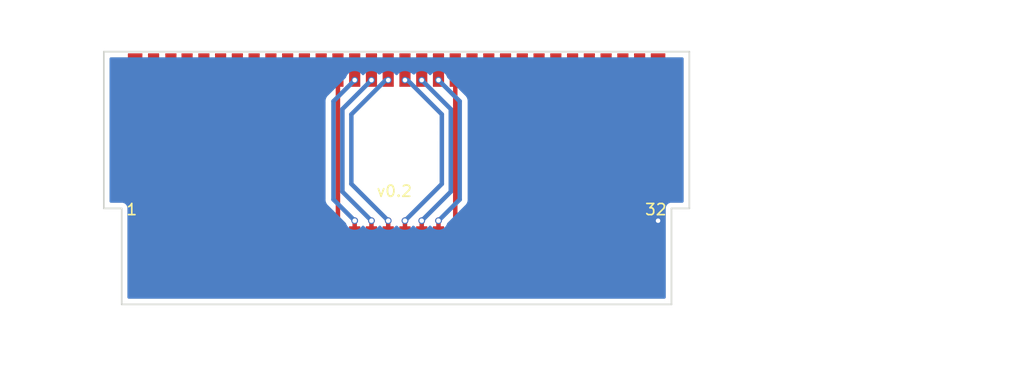
<source format=kicad_pcb>
(kicad_pcb (version 20211014) (generator pcbnew)
  (layers (0 "F.Cu" signal) (31 "B.Cu" signal) (34 "B.Paste" user) (35 "F.Paste" user) (36 "B.SilkS" user "B.Silkscreen") (37 "F.SilkS" user "F.Silkscreen") (38 "B.Mask" user) (39 "F.Mask" user) (44 "Edge.Cuts" user))
  (net 0 "")
  (net 1 "+5V")
  (net 2 "GND")
  (net 3 "/A0")
  (net 4 "/PHI")
  (net 5 "/A1")
  (net 6 "/A2")
  (net 7 "/A3")
  (net 8 "/A4")
  (net 9 "/D0")
  (net 10 "/A5")
  (net 11 "/D1")
  (net 12 "/A6")
  (net 13 "/D2")
  (net 14 "/A7")
  (net 15 "/D3")
  (net 16 "/A8")
  (net 17 "/D4")
  (net 18 "/A9")
  (net 19 "/D5")
  (net 20 "/A10")
  (net 21 "/D6")
  (net 22 "/A11")
  (net 23 "/D7")
  (net 24 "/A12")
  (net 25 "/A13")
  (net 26 "/VIN")
  (net 27 "/A14")
  (net 28 "/A15")
  (net 29 "/~{RES}")
  (net 30 "/~{CS}")
  (net 31 "/~{RD}")
  (net 32 "/~{WR}")
  (footprint "Gekkio_MountingHole:MountingHole_7.2mm" (layer "F.Cu") (at 100 84.65)
    (fp_text reference "MK1" hide)
    (fp_text value "DNF" hide)
    (pad "" np_thru_hole circle locked (at 0 0) (size 7.2 7.2) (drill 7.2) (layers *.Cu *.Mask))
  )
  (footprint "Gekkio_Connector_PCBEdge:GameBoy_Cartridge_1x32_P1.50mm_Edge" (layer "F.Cu") (at 100 96)
    (fp_text reference "J2" hide)
    (fp_text value "DNF" hide)
    (fp_text user "32" (at 23.2 -4.5) (layer "F.SilkS"))
    (fp_text user "1" (at -23.7 -4.5) (layer "F.SilkS"))
    (pad "1" connect rect locked (at -23.4 0 90) (size 6 1.3) (layers "F.Cu" "F.Mask") (net 1 "+5V"))
    (pad "2" connect rect locked (at -21.75 -0.25 90) (size 5.5 1) (layers "F.Cu" "F.Mask") (net 4 "/PHI"))
    (pad "3" connect rect locked (at -20.25 -0.25 90) (size 5.5 1) (layers "F.Cu" "F.Mask") (net 32 "/~{WR}"))
    (pad "4" connect rect locked (at -18.75 -0.25 90) (size 5.5 1) (layers "F.Cu" "F.Mask") (net 31 "/~{RD}"))
    (pad "5" connect rect locked (at -17.25 -0.25 90) (size 5.5 1) (layers "F.Cu" "F.Mask") (net 30 "/~{CS}"))
    (pad "6" connect rect locked (at -15.75 -0.25 90) (size 5.5 1) (layers "F.Cu" "F.Mask") (net 3 "/A0"))
    (pad "7" connect rect locked (at -14.25 -0.25 90) (size 5.5 1) (layers "F.Cu" "F.Mask") (net 5 "/A1"))
    (pad "8" connect rect locked (at -12.75 -0.25 90) (size 5.5 1) (layers "F.Cu" "F.Mask") (net 6 "/A2"))
    (pad "9" connect rect locked (at -11.25 -0.25 90) (size 5.5 1) (layers "F.Cu" "F.Mask") (net 7 "/A3"))
    (pad "10" connect rect locked (at -9.75 -0.25 90) (size 5.5 1) (layers "F.Cu" "F.Mask") (net 8 "/A4"))
    (pad "11" connect rect locked (at -8.25 -0.25 90) (size 5.5 1) (layers "F.Cu" "F.Mask") (net 10 "/A5"))
    (pad "12" connect rect locked (at -6.75 -0.25 90) (size 5.5 1) (layers "F.Cu" "F.Mask") (net 12 "/A6"))
    (pad "13" connect rect locked (at -5.25 -0.25 90) (size 5.5 1) (layers "F.Cu" "F.Mask") (net 14 "/A7"))
    (pad "14" connect rect locked (at -3.75 -0.25 90) (size 5.5 1) (layers "F.Cu" "F.Mask") (net 16 "/A8"))
    (pad "15" connect rect locked (at -2.25 -0.25 90) (size 5.5 1) (layers "F.Cu" "F.Mask") (net 18 "/A9"))
    (pad "16" connect rect locked (at -0.75 -0.25 90) (size 5.5 1) (layers "F.Cu" "F.Mask") (net 20 "/A10"))
    (pad "17" connect rect locked (at 0.75 -0.25 90) (size 5.5 1) (layers "F.Cu" "F.Mask") (net 22 "/A11"))
    (pad "18" connect rect locked (at 2.25 -0.25 90) (size 5.5 1) (layers "F.Cu" "F.Mask") (net 24 "/A12"))
    (pad "19" connect rect locked (at 3.75 -0.25 90) (size 5.5 1) (layers "F.Cu" "F.Mask") (net 25 "/A13"))
    (pad "20" connect rect locked (at 5.25 -0.25 90) (size 5.5 1) (layers "F.Cu" "F.Mask") (net 27 "/A14"))
    (pad "21" connect rect locked (at 6.75 -0.25 90) (size 5.5 1) (layers "F.Cu" "F.Mask") (net 28 "/A15"))
    (pad "22" connect rect locked (at 8.25 -0.25 90) (size 5.5 1) (layers "F.Cu" "F.Mask") (net 9 "/D0"))
    (pad "23" connect rect locked (at 9.75 -0.25 90) (size 5.5 1) (layers "F.Cu" "F.Mask") (net 11 "/D1"))
    (pad "24" connect rect locked (at 11.25 -0.25 90) (size 5.5 1) (layers "F.Cu" "F.Mask") (net 13 "/D2"))
    (pad "25" connect rect locked (at 12.75 -0.25 90) (size 5.5 1) (layers "F.Cu" "F.Mask") (net 15 "/D3"))
    (pad "26" connect rect locked (at 14.25 -0.25 90) (size 5.5 1) (layers "F.Cu" "F.Mask") (net 17 "/D4"))
    (pad "27" connect rect locked (at 15.75 -0.25 90) (size 5.5 1) (layers "F.Cu" "F.Mask") (net 19 "/D5"))
    (pad "28" connect rect locked (at 17.25 -0.25 90) (size 5.5 1) (layers "F.Cu" "F.Mask") (net 21 "/D6"))
    (pad "29" connect rect locked (at 18.75 -0.25 90) (size 5.5 1) (layers "F.Cu" "F.Mask") (net 23 "/D7"))
    (pad "30" connect rect locked (at 20.25 -0.25 90) (size 5.5 1) (layers "F.Cu" "F.Mask") (net 29 "/~{RES}"))
    (pad "31" connect rect locked (at 21.75 -0.25 90) (size 5.5 1) (layers "F.Cu" "F.Mask") (net 26 "/VIN"))
    (pad "32" connect rect locked (at 23.4 0 90) (size 6 1.3) (layers "F.Cu" "F.Mask") (net 2 "GND"))
  )
  (footprint "" (layer "F.Cu") (at 103.75 79)
    (fp_text reference "" (at 0 0) (layer "F.SilkS") (effects (font (size 1.27 1.27))))
    (fp_text value "" (at 0 0) (layer "F.SilkS") (effects (font (size 1.27 1.27))))
    (pad "19" connect rect locked (at 0 0 90) (size 3 1) (layers "F.Cu" "F.Mask") (net 25 "/A13"))
  )
  (footprint "" (layer "F.Cu") (at 81.25 79)
    (fp_text reference "" (at 0 0) (layer "F.SilkS") (effects (font (size 1.27 1.27))))
    (fp_text value "" (at 0 0) (layer "F.SilkS") (effects (font (size 1.27 1.27))))
    (pad "4" connect rect locked (at 0 0 90) (size 3 1) (layers "F.Cu" "F.Mask") (net 31 "/~{RD}"))
  )
  (footprint "" (layer "F.Cu") (at 96.25 79)
    (fp_text reference "" (at 0 0) (layer "F.SilkS") (effects (font (size 1.27 1.27))))
    (fp_text value "" (at 0 0) (layer "F.SilkS") (effects (font (size 1.27 1.27))))
    (pad "14" connect rect locked (at 0 0 90) (size 3 1) (layers "F.Cu" "F.Mask") (net 16 "/A8"))
  )
  (footprint "" (layer "F.Cu") (at 120.25 79)
    (fp_text reference "" (at 0 0) (layer "F.SilkS") (effects (font (size 1.27 1.27))))
    (fp_text value "" (at 0 0) (layer "F.SilkS") (effects (font (size 1.27 1.27))))
    (pad "30" connect rect locked (at 0 0 90) (size 3 1) (layers "F.Cu" "F.Mask") (net 29 "/~{RES}"))
  )
  (footprint "" (layer "F.Cu") (at 102.25 79)
    (fp_text reference "" (at 0 0) (layer "F.SilkS") (effects (font (size 1.27 1.27))))
    (fp_text value "" (at 0 0) (layer "F.SilkS") (effects (font (size 1.27 1.27))))
    (pad "18" connect rect locked (at 0 0 90) (size 3 1) (layers "F.Cu" "F.Mask") (net 24 "/A12"))
  )
  (footprint "" (layer "F.Cu") (at 91.75 79)
    (fp_text reference "" (at 0 0) (layer "F.SilkS") (effects (font (size 1.27 1.27))))
    (fp_text value "" (at 0 0) (layer "F.SilkS") (effects (font (size 1.27 1.27))))
    (pad "11" connect rect locked (at 0 0 90) (size 3 1) (layers "F.Cu" "F.Mask") (net 10 "/A5"))
  )
  (footprint "" (layer "F.Cu") (at 123.4 79)
    (fp_text reference "" (at 0 -1.75265) (layer "F.SilkS") (effects (font (size 1.27 1.27))))
    (fp_text value "" (at 0 -1.75265) (layer "F.SilkS") (effects (font (size 1.27 1.27))))
    (pad "32" connect rect locked (at 0 0 90) (size 3 1.3) (layers "F.Cu" "F.Mask") (net 2 "GND"))
  )
  (footprint "" (layer "F.Cu") (at 111.25 79)
    (fp_text reference "" (at 0 0) (layer "F.SilkS") (effects (font (size 1.27 1.27))))
    (fp_text value "" (at 0 0) (layer "F.SilkS") (effects (font (size 1.27 1.27))))
    (pad "24" connect rect locked (at 0 0 90) (size 3 1) (layers "F.Cu" "F.Mask") (net 13 "/D2"))
  )
  (footprint "" (layer "F.Cu") (at 117.25 79)
    (fp_text reference "" (at 0 0) (layer "F.SilkS") (effects (font (size 1.27 1.27))))
    (fp_text value "" (at 0 0) (layer "F.SilkS") (effects (font (size 1.27 1.27))))
    (pad "28" connect rect locked (at 0 0 90) (size 3 1) (layers "F.Cu" "F.Mask") (net 21 "/D6"))
  )
  (footprint "" (layer "F.Cu") (at 118.75 79)
    (fp_text reference "" (at 0 0) (layer "F.SilkS") (effects (font (size 1.27 1.27))))
    (fp_text value "" (at 0 0) (layer "F.SilkS") (effects (font (size 1.27 1.27))))
    (pad "29" connect rect locked (at 0 0 90) (size 3 1) (layers "F.Cu" "F.Mask") (net 23 "/D7"))
  )
  (footprint "" (layer "F.Cu") (at 109.75 79)
    (fp_text reference "" (at 0 0) (layer "F.SilkS") (effects (font (size 1.27 1.27))))
    (fp_text value "" (at 0 0) (layer "F.SilkS") (effects (font (size 1.27 1.27))))
    (pad "23" connect rect locked (at 0 0 90) (size 3 1) (layers "F.Cu" "F.Mask") (net 11 "/D1"))
  )
  (footprint "" (layer "F.Cu") (at 105.25 79)
    (fp_text reference "" (at 0 0) (layer "F.SilkS") (effects (font (size 1.27 1.27))))
    (fp_text value "" (at 0 0) (layer "F.SilkS") (effects (font (size 1.27 1.27))))
    (pad "20" connect rect locked (at 0 0 90) (size 3 1) (layers "F.Cu" "F.Mask") (net 27 "/A14"))
  )
  (footprint "" (layer "F.Cu") (at 82.75 79)
    (fp_text reference "" (at 0 0) (layer "F.SilkS") (effects (font (size 1.27 1.27))))
    (fp_text value "" (at 0 0) (layer "F.SilkS") (effects (font (size 1.27 1.27))))
    (pad "5" connect rect locked (at 0 0 90) (size 3 1) (layers "F.Cu" "F.Mask") (net 30 "/~{CS}"))
  )
  (footprint "" (layer "F.Cu") (at 79.8 79)
    (fp_text reference "" (at 0 0) (layer "F.SilkS") (effects (font (size 1.27 1.27))))
    (fp_text value "" (at 0 0) (layer "F.SilkS") (effects (font (size 1.27 1.27))))
    (pad "3" connect rect locked (at 0 0 90) (size 3 1) (layers "F.Cu" "F.Mask") (net 32 "/~{WR}"))
  )
  (footprint "" (layer "F.Cu") (at 99.25 79)
    (fp_text reference "" (at 0 0) (layer "F.SilkS") (effects (font (size 1.27 1.27))))
    (fp_text value "" (at 0 0) (layer "F.SilkS") (effects (font (size 1.27 1.27))))
    (pad "16" connect rect locked (at 0 0 90) (size 3 1) (layers "F.Cu" "F.Mask") (net 20 "/A10"))
  )
  (footprint "" (layer "F.Cu") (at 78.25 79)
    (fp_text reference "" (at 0 0) (layer "F.SilkS") (effects (font (size 1.27 1.27))))
    (fp_text value "" (at 0 0) (layer "F.SilkS") (effects (font (size 1.27 1.27))))
    (pad "2" connect rect locked (at 0 0 90) (size 3 1) (layers "F.Cu" "F.Mask") (net 4 "/PHI"))
  )
  (footprint "" (layer "F.Cu") (at 97.75 79)
    (fp_text reference "" (at 0 0) (layer "F.SilkS") (effects (font (size 1.27 1.27))))
    (fp_text value "" (at 0 0) (layer "F.SilkS") (effects (font (size 1.27 1.27))))
    (pad "15" connect rect locked (at 0 0 90) (size 3 1) (layers "F.Cu" "F.Mask") (net 18 "/A9"))
  )
  (footprint "" (layer "F.Cu") (at 90.25 79)
    (fp_text reference "" (at 0 0) (layer "F.SilkS") (effects (font (size 1.27 1.27))))
    (fp_text value "" (at 0 0) (layer "F.SilkS") (effects (font (size 1.27 1.27))))
    (pad "10" connect rect locked (at 0 0 90) (size 3 1) (layers "F.Cu" "F.Mask") (net 8 "/A4"))
  )
  (footprint "" (layer "F.Cu") (at 93.25 79)
    (fp_text reference "" (at 0 0) (layer "F.SilkS") (effects (font (size 1.27 1.27))))
    (fp_text value "" (at 0 0) (layer "F.SilkS") (effects (font (size 1.27 1.27))))
    (pad "12" connect rect locked (at 0 0 90) (size 3 1) (layers "F.Cu" "F.Mask") (net 12 "/A6"))
  )
  (footprint "" (layer "F.Cu") (at 115.75 79)
    (fp_text reference "" (at 0 0) (layer "F.SilkS") (effects (font (size 1.27 1.27))))
    (fp_text value "" (at 0 0) (layer "F.SilkS") (effects (font (size 1.27 1.27))))
    (pad "27" connect rect locked (at 0 0 90) (size 3 1) (layers "F.Cu" "F.Mask") (net 19 "/D5"))
  )
  (footprint "" (layer "F.Cu") (at 114.25 79)
    (fp_text reference "" (at 0 0) (layer "F.SilkS") (effects (font (size 1.27 1.27))))
    (fp_text value "" (at 0 0) (layer "F.SilkS") (effects (font (size 1.27 1.27))))
    (pad "26" connect rect locked (at 0 0 90) (size 3 1) (layers "F.Cu" "F.Mask") (net 17 "/D4"))
  )
  (footprint "" (layer "F.Cu") (at 112.75 79)
    (fp_text reference "" (at 0 0) (layer "F.SilkS") (effects (font (size 1.27 1.27))))
    (fp_text value "" (at 0 0) (layer "F.SilkS") (effects (font (size 1.27 1.27))))
    (pad "25" connect rect locked (at 0 0 90) (size 3 1) (layers "F.Cu" "F.Mask") (net 15 "/D3"))
  )
  (footprint "" (layer "F.Cu") (at 121.75 79)
    (fp_text reference "" (at 0 0) (layer "F.SilkS") (effects (font (size 1.27 1.27))))
    (fp_text value "" (at 0 0) (layer "F.SilkS") (effects (font (size 1.27 1.27))))
    (pad "31" connect rect locked (at 0 0 90) (size 3 1) (layers "F.Cu" "F.Mask") (net 26 "/VIN"))
  )
  (footprint "" (layer "F.Cu") (at 87.25 79)
    (fp_text reference "" (at 0 0) (layer "F.SilkS") (effects (font (size 1.27 1.27))))
    (fp_text value "" (at 0 0) (layer "F.SilkS") (effects (font (size 1.27 1.27))))
    (pad "8" connect rect locked (at 0 0 90) (size 3 1) (layers "F.Cu" "F.Mask") (net 6 "/A2"))
  )
  (footprint "" (layer "F.Cu") (at 76.6 79)
    (fp_text reference "" (at 0 -1.75265) (layer "F.SilkS") (effects (font (size 1.27 1.27))))
    (fp_text value "" (at 0 -1.75265) (layer "F.SilkS") (effects (font (size 1.27 1.27))))
    (pad "1" connect rect locked (at 0 0 90) (size 3 1.3) (layers "F.Cu" "F.Mask") (net 1 "+5V"))
  )
  (footprint "" (layer "F.Cu") (at 88.75 79)
    (fp_text reference "" (at 0 0) (layer "F.SilkS") (effects (font (size 1.27 1.27))))
    (fp_text value "" (at 0 0) (layer "F.SilkS") (effects (font (size 1.27 1.27))))
    (pad "9" connect rect locked (at 0 0 90) (size 3 1) (layers "F.Cu" "F.Mask") (net 7 "/A3"))
  )
  (footprint "" (layer "F.Cu") (at 100.75 79)
    (fp_text reference "" (at 0 0) (layer "F.SilkS") (effects (font (size 1.27 1.27))))
    (fp_text value "" (at 0 0) (layer "F.SilkS") (effects (font (size 1.27 1.27))))
    (pad "17" connect rect locked (at 0 0 90) (size 3 1) (layers "F.Cu" "F.Mask") (net 22 "/A11"))
  )
  (footprint "" (layer "F.Cu") (at 106.75 79)
    (fp_text reference "" (at 0 0) (layer "F.SilkS") (effects (font (size 1.27 1.27))))
    (fp_text value "" (at 0 0) (layer "F.SilkS") (effects (font (size 1.27 1.27))))
    (pad "21" connect rect locked (at 0 0 90) (size 3 1) (layers "F.Cu" "F.Mask") (net 28 "/A15"))
  )
  (footprint "" (layer "F.Cu") (at 94.75 79)
    (fp_text reference "" (at 0 0) (layer "F.SilkS") (effects (font (size 1.27 1.27))))
    (fp_text value "" (at 0 0) (layer "F.SilkS") (effects (font (size 1.27 1.27))))
    (pad "13" connect rect locked (at 0 0 90) (size 3 1) (layers "F.Cu" "F.Mask") (net 14 "/A7"))
  )
  (footprint "" (layer "F.Cu") (at 84.25 79)
    (fp_text reference "" (at 0 0) (layer "F.SilkS") (effects (font (size 1.27 1.27))))
    (fp_text value "" (at 0 0) (layer "F.SilkS") (effects (font (size 1.27 1.27))))
    (pad "6" connect rect locked (at 0 0 90) (size 3 1) (layers "F.Cu" "F.Mask") (net 3 "/A0"))
  )
  (footprint "" (layer "F.Cu") (at 108.25 79)
    (fp_text reference "" (at 0 0) (layer "F.SilkS") (effects (font (size 1.27 1.27))))
    (fp_text value "" (at 0 0) (layer "F.SilkS") (effects (font (size 1.27 1.27))))
    (pad "22" connect rect locked (at 0 0 90) (size 3 1) (layers "F.Cu" "F.Mask") (net 9 "/D0"))
  )
  (footprint "" (layer "F.Cu") (at 85.75 79)
    (fp_text reference "" (at 0 0) (layer "F.SilkS") (effects (font (size 1.27 1.27))))
    (fp_text value "" (at 0 0) (layer "F.SilkS") (effects (font (size 1.27 1.27))))
    (pad "7" connect rect locked (at 0 0 90) (size 3 1) (layers "F.Cu" "F.Mask") (net 5 "/A1"))
  )
  (gr_line (start 124.6 91.4) (end 126.2 91.4) (layer "Edge.Cuts") (width 0.15))
  (gr_line (start 75.4 100) (end 124.6 100) (layer "Edge.Cuts") (width 0.15))
  (gr_line (start 75.4 91.4) (end 73.8 91.4) (layer "Edge.Cuts") (width 0.15))
  (gr_line (start 73.8 77.35) (end 73.8 91.4) (layer "Edge.Cuts") (width 0.15))
  (gr_line (start 126.2 91.395) (end 126.2 77.35) (layer "Edge.Cuts") (width 0.15))
  (gr_line (start 124.6 100) (end 124.6 91.4) (layer "Edge.Cuts") (width 0.15))
  (gr_line (start 75.4 100) (end 75.4 91.4) (layer "Edge.Cuts") (width 0.15))
  (gr_line (start 73.8 77.35) (end 126.2 77.35) (layer "Edge.Cuts") (width 0.15))
  (gr_text "v0.2" (at 99.8 89.85) (layer "F.SilkS") (effects (font (size 1 1))))
  (segment (start 76.6 96) (end 76.6 79) (width 0.8) (layer "F.Cu") (net 1))
  (segment (start 123.4 79) (end 123.4 96) (width 0.8) (layer "F.Cu") (net 2))
  (via (at 123.4 92.5) (size 0.6) (drill 0.4) (layers "F.Cu" "B.Cu") (net 2))
  (segment (start 84.25 95.75) (end 84.25 79) (width 0.4) (layer "F.Cu") (net 3))
  (segment (start 78.25 79) (end 78.25 95.75) (width 0.4) (layer "F.Cu") (net 4))
  (segment (start 85.75 79) (end 85.75 95.75) (width 0.4) (layer "F.Cu") (net 5))
  (segment (start 87.25 95.75) (end 87.25 79) (width 0.4) (layer "F.Cu") (net 6))
  (segment (start 88.75 79) (end 88.75 95.75) (width 0.4) (layer "F.Cu") (net 7))
  (segment (start 90.25 95.75) (end 90.25 79) (width 0.4) (layer "F.Cu") (net 8))
  (segment (start 108.25 95.75) (end 108.25 79) (width 0.4) (layer "F.Cu") (net 9))
  (segment (start 91.75 79) (end 91.75 95.75) (width 0.4) (layer "F.Cu") (net 10))
  (segment (start 109.75 79) (end 109.75 95.75) (width 0.4) (layer "F.Cu") (net 11))
  (segment (start 93.25 95.75) (end 93.25 79) (width 0.4) (layer "F.Cu") (net 12))
  (segment (start 111.25 95.75) (end 111.25 79) (width 0.4) (layer "F.Cu") (net 13))
  (segment (start 94.75 79) (end 94.75 95.75) (width 0.4) (layer "F.Cu") (net 14))
  (segment (start 112.75 79) (end 112.75 95.75) (width 0.4) (layer "F.Cu") (net 15))
  (segment (start 96.25 92.5) (end 96.25 95.75) (width 0.4) (layer "F.Cu") (net 16))
  (via (at 96.25 79.9) (size 0.6) (drill 0.4) (layers "F.Cu" "B.Cu") (net 16))
  (via (at 96.25 92.5) (size 0.6) (drill 0.4) (layers "F.Cu" "B.Cu") (net 16))
  (segment (start 96.25 92.5) (end 94.351439 90.601439) (width 0.4) (layer "B.Cu") (net 16))
  (segment (start 94.351439 81.798561) (end 96.25 79.9) (width 0.4) (layer "B.Cu") (net 16))
  (segment (start 94.351439 90.601439) (end 94.351439 81.798561) (width 0.4) (layer "B.Cu") (net 16))
  (segment (start 114.25 95.75) (end 114.25 79) (width 0.4) (layer "F.Cu") (net 17))
  (segment (start 97.75 92.5) (end 97.75 95.75) (width 0.4) (layer "F.Cu") (net 18))
  (via (at 97.75 92.5) (size 0.6) (drill 0.4) (layers "F.Cu" "B.Cu") (net 18))
  (via (at 97.75 79.9) (size 0.6) (drill 0.4) (layers "F.Cu" "B.Cu") (net 18))
  (segment (start 97.75 92.5) (end 95.150959 89.900959) (width 0.4) (layer "B.Cu") (net 18))
  (segment (start 95.150959 89.900959) (end 95.150959 82.499041) (width 0.4) (layer "B.Cu") (net 18))
  (segment (start 95.150959 82.499041) (end 97.75 79.9) (width 0.4) (layer "B.Cu") (net 18))
  (segment (start 115.75 79) (end 115.75 95.75) (width 0.4) (layer "F.Cu") (net 19))
  (segment (start 99.25 92.5) (end 99.25 95.75) (width 0.4) (layer "F.Cu") (net 20))
  (via (at 99.25 92.5) (size 0.6) (drill 0.4) (layers "F.Cu" "B.Cu") (net 20))
  (via (at 99.25 79.9) (size 0.6) (drill 0.4) (layers "F.Cu" "B.Cu") (net 20))
  (segment (start 99.023111 79.9) (end 99.25 79.9) (width 0.4) (layer "B.Cu") (net 20))
  (segment (start 95.950479 89.200479) (end 95.950479 82.972632) (width 0.4) (layer "B.Cu") (net 20))
  (segment (start 99.25 92.5) (end 95.950479 89.200479) (width 0.4) (layer "B.Cu") (net 20))
  (segment (start 95.950479 82.972632) (end 99.023111 79.9) (width 0.4) (layer "B.Cu") (net 20))
  (segment (start 117.25 95.75) (end 117.25 79) (width 0.4) (layer "F.Cu") (net 21))
  (segment (start 100.75 92.5) (end 100.75 95.75) (width 0.4) (layer "F.Cu") (net 22))
  (via (at 100.75 92.5) (size 0.6) (drill 0.4) (layers "F.Cu" "B.Cu") (net 22))
  (via (at 100.75 79.9) (size 0.6) (drill 0.4) (layers "F.Cu" "B.Cu") (net 22))
  (segment (start 104.049521 82.972632) (end 100.976889 79.9) (width 0.4) (layer "B.Cu") (net 22))
  (segment (start 104.049521 89.200479) (end 104.049521 82.972632) (width 0.4) (layer "B.Cu") (net 22))
  (segment (start 100.976889 79.9) (end 100.75 79.9) (width 0.4) (layer "B.Cu") (net 22))
  (segment (start 100.75 92.5) (end 104.049521 89.200479) (width 0.4) (layer "B.Cu") (net 22))
  (segment (start 118.75 95.75) (end 118.75 79) (width 0.4) (layer "F.Cu") (net 23))
  (segment (start 102.25 92.5) (end 102.25 95.75) (width 0.4) (layer "F.Cu") (net 24))
  (via (at 102.25 79.9) (size 0.6) (drill 0.4) (layers "F.Cu" "B.Cu") (net 24))
  (via (at 102.25 92.5) (size 0.6) (drill 0.4) (layers "F.Cu" "B.Cu") (net 24))
  (segment (start 102.25 92.5) (end 104.849041 89.900959) (width 0.4) (layer "B.Cu") (net 24))
  (segment (start 104.849041 89.900959) (end 104.849041 82.499041) (width 0.4) (layer "B.Cu") (net 24))
  (segment (start 104.849041 82.499041) (end 102.25 79.9) (width 0.4) (layer "B.Cu") (net 24))
  (segment (start 103.75 92.5) (end 103.75 95.75) (width 0.4) (layer "F.Cu") (net 25))
  (via (at 103.75 92.5) (size 0.6) (drill 0.4) (layers "F.Cu" "B.Cu") (net 25))
  (via (at 103.75 79.9) (size 0.6) (drill 0.4) (layers "F.Cu" "B.Cu") (net 25))
  (segment (start 105.648561 81.798561) (end 105.648561 90.601439) (width 0.4) (layer "B.Cu") (net 25))
  (segment (start 105.648561 90.601439) (end 103.75 92.5) (width 0.4) (layer "B.Cu") (net 25))
  (segment (start 103.75 79.9) (end 105.648561 81.798561) (width 0.4) (layer "B.Cu") (net 25))
  (segment (start 121.75 95.75) (end 121.75 79) (width 0.4) (layer "F.Cu") (net 26))
  (segment (start 105.25 95.75) (end 105.25 79) (width 0.4) (layer "F.Cu") (net 27))
  (segment (start 106.75 79) (end 106.75 95.75) (width 0.4) (layer "F.Cu") (net 28))
  (segment (start 120.25 79) (end 120.25 95.75) (width 0.4) (layer "F.Cu") (net 29))
  (segment (start 82.75 79) (end 82.75 95.75) (width 0.4) (layer "F.Cu") (net 30))
  (segment (start 81.25 95.75) (end 81.25 79) (width 0.4) (layer "F.Cu") (net 31))
  (segment (start 79.75 95.75) (end 79.75 79.05) (width 0.4) (layer "F.Cu") (net 32))
  (segment (start 79.75 79.05) (end 79.8 79) (width 0.4) (layer "F.Cu") (net 32))
  (zone (net 2) (net_name "GND") (layer "B.Cu") (connect_pads (clearance 0.508)) (min_thickness 0.254) (fill yes (thermal_gap 0.508) (thermal_bridge_width 0.508))
    (polygon (pts (xy 126.21 77.35) (xy 126.21 91.4) (xy 124.6 91.4) (xy 124.6 100) (xy 75.4 100) (xy 75.4 91.4) (xy 73.8 91.39) (xy 73.8 77.37)))
  )
)
</source>
